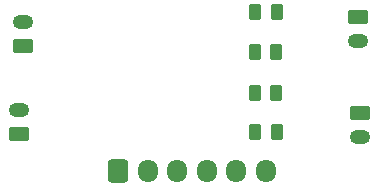
<source format=gbr>
%TF.GenerationSoftware,KiCad,Pcbnew,(6.0.11)*%
%TF.CreationDate,2024-02-05T17:50:25-08:00*%
%TF.ProjectId,ForceBoard,466f7263-6542-46f6-9172-642e6b696361,rev?*%
%TF.SameCoordinates,Original*%
%TF.FileFunction,Soldermask,Top*%
%TF.FilePolarity,Negative*%
%FSLAX46Y46*%
G04 Gerber Fmt 4.6, Leading zero omitted, Abs format (unit mm)*
G04 Created by KiCad (PCBNEW (6.0.11)) date 2024-02-05 17:50:25*
%MOMM*%
%LPD*%
G01*
G04 APERTURE LIST*
G04 Aperture macros list*
%AMRoundRect*
0 Rectangle with rounded corners*
0 $1 Rounding radius*
0 $2 $3 $4 $5 $6 $7 $8 $9 X,Y pos of 4 corners*
0 Add a 4 corners polygon primitive as box body*
4,1,4,$2,$3,$4,$5,$6,$7,$8,$9,$2,$3,0*
0 Add four circle primitives for the rounded corners*
1,1,$1+$1,$2,$3*
1,1,$1+$1,$4,$5*
1,1,$1+$1,$6,$7*
1,1,$1+$1,$8,$9*
0 Add four rect primitives between the rounded corners*
20,1,$1+$1,$2,$3,$4,$5,0*
20,1,$1+$1,$4,$5,$6,$7,0*
20,1,$1+$1,$6,$7,$8,$9,0*
20,1,$1+$1,$8,$9,$2,$3,0*%
G04 Aperture macros list end*
%ADD10RoundRect,0.250000X-0.262500X-0.450000X0.262500X-0.450000X0.262500X0.450000X-0.262500X0.450000X0*%
%ADD11RoundRect,0.250000X0.625000X-0.350000X0.625000X0.350000X-0.625000X0.350000X-0.625000X-0.350000X0*%
%ADD12O,1.750000X1.200000*%
%ADD13RoundRect,0.250000X-0.600000X-0.725000X0.600000X-0.725000X0.600000X0.725000X-0.600000X0.725000X0*%
%ADD14O,1.700000X1.950000*%
%ADD15RoundRect,0.250000X-0.625000X0.350000X-0.625000X-0.350000X0.625000X-0.350000X0.625000X0.350000X0*%
G04 APERTURE END LIST*
D10*
%TO.C,R3*%
X148555000Y-102050000D03*
X146730000Y-102050000D03*
%TD*%
%TO.C,R1*%
X146790000Y-95250000D03*
X148615000Y-95250000D03*
%TD*%
%TO.C,R2*%
X146760000Y-98640000D03*
X148585000Y-98640000D03*
%TD*%
%TO.C,R4*%
X146797500Y-105400000D03*
X148622500Y-105400000D03*
%TD*%
D11*
%TO.C,J3*%
X127100000Y-98110000D03*
D12*
X127100000Y-96110000D03*
%TD*%
D13*
%TO.C,J5*%
X135200000Y-108690000D03*
D14*
X137700000Y-108690000D03*
X140200000Y-108690000D03*
X142700000Y-108690000D03*
X145200000Y-108690000D03*
X147700000Y-108690000D03*
%TD*%
D12*
%TO.C,J1*%
X155470000Y-97640000D03*
D15*
X155470000Y-95640000D03*
%TD*%
D12*
%TO.C,J2*%
X155670000Y-105820000D03*
D15*
X155670000Y-103820000D03*
%TD*%
D11*
%TO.C,J4*%
X126820000Y-105540000D03*
D12*
X126820000Y-103540000D03*
%TD*%
M02*

</source>
